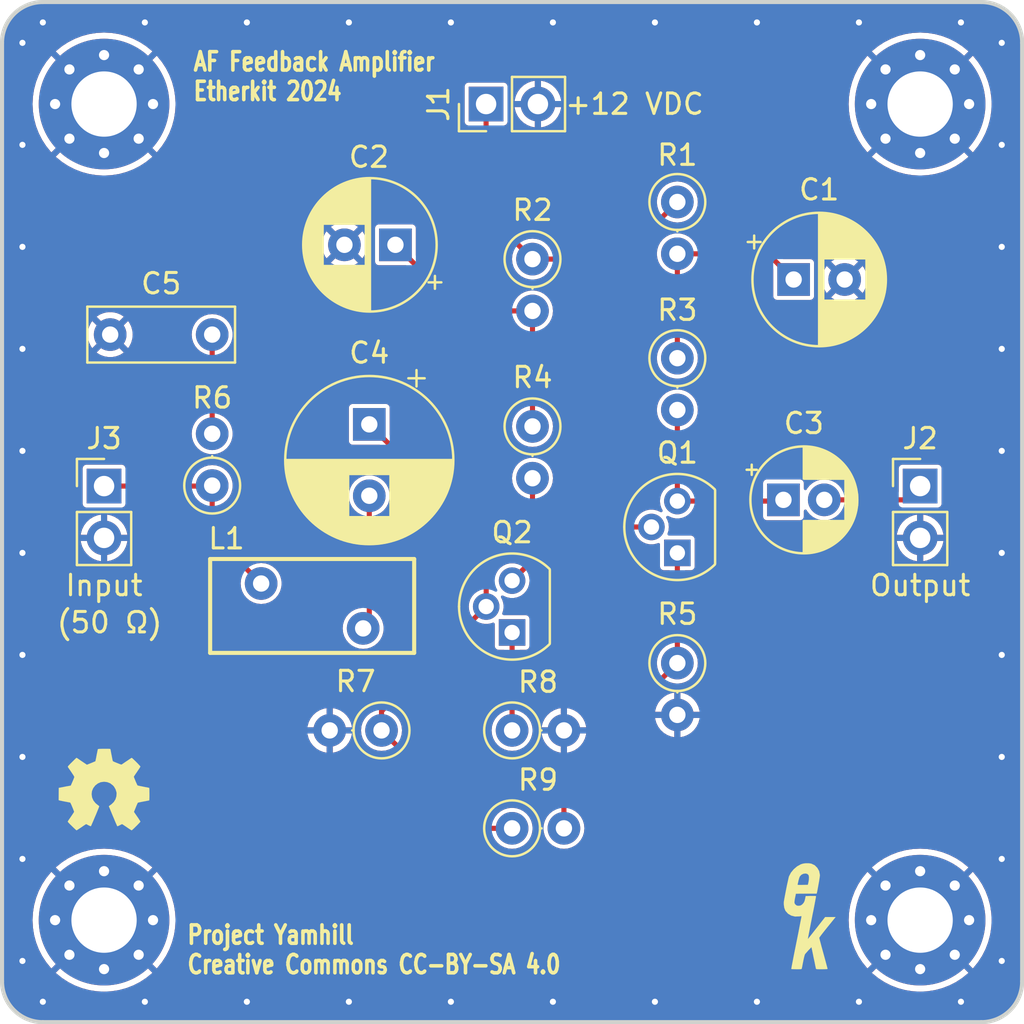
<source format=kicad_pcb>
(kicad_pcb (version 20221018) (generator pcbnew)
  (title_block (title "Project Yamhill") (rev "A") (company "Etherkit"))
  (layers (0 "F.Cu" signal) (31 "B.Cu" signal) (34 "B.Paste" user) (35 "F.Paste" user) (36 "B.SilkS" user "B.Silkscreen") (37 "F.SilkS" user "F.Silkscreen") (38 "B.Mask" user) (39 "F.Mask" user) (44 "Edge.Cuts" user))
  (net 0 "")
  (net 1 "GND")
  (net 2 "Net-(C1-Pad1)")
  (net 3 "Net-(C2-Pad1)")
  (net 4 "Net-(Q1-C)")
  (net 5 "Net-(J2-Pin_1)")
  (net 6 "Net-(Q2-B)")
  (net 7 "Net-(C4-Pad2)")
  (net 8 "Net-(C5-Pad1)")
  (net 9 "Net-(J1-Pin_1)")
  (net 10 "Net-(J3-Pin_1)")
  (net 11 "Net-(Q1-E)")
  (net 12 "Net-(Q1-B)")
  (net 13 "Net-(Q2-E)")
  (footprint "Package_TO_SOT_THT:TO-92" (layer "F.Cu") (at 125 80.9 90)
    (fp_text reference "Q2" (at 4.9 0 180) (layer "F.SilkS"))
    (fp_text value "2N4401")
    (pad "1" thru_hole rect (at 0 0 90) (size 1.3 1.3) (drill 0.75) (layers "*.Cu" "*.Mask") (net 13 "Net-(Q2-E)"))
    (pad "2" thru_hole circle (at 1.27 -1.27 90) (size 1.3 1.3) (drill 0.75) (layers "*.Cu" "*.Mask") (net 6 "Net-(Q2-B)"))
    (pad "3" thru_hole circle (at 2.54 0 90) (size 1.3 1.3) (drill 0.75) (layers "*.Cu" "*.Mask") (net 12 "Net-(Q1-B)"))
  )
  (footprint "Capacitor_THT:CP_Radial_D6.3mm_P2.50mm" (layer "F.Cu") (at 138.8 63.6)
    (fp_text reference "C1" (at 1.25 -4.4) (layer "F.SilkS"))
    (fp_text value "100u")
    (pad "1" thru_hole rect (at 0 0) (size 1.6 1.6) (drill 0.8) (layers "*.Cu" "*.Mask") (net 2 "Net-(C1-Pad1)"))
    (pad "2" thru_hole circle (at 2.5 0) (size 1.6 1.6) (drill 0.8) (layers "*.Cu" "*.Mask") (net 1 "GND"))
  )
  (footprint "Capacitor_THT:CP_Radial_D5.0mm_P2.00mm" (layer "F.Cu") (at 138.3 74.4)
    (fp_text reference "C3" (at 1 -3.75) (layer "F.SilkS"))
    (fp_text value "22u")
    (pad "1" thru_hole rect (at 0 0) (size 1.6 1.6) (drill 0.8) (layers "*.Cu" "*.Mask") (net 4 "Net-(Q1-C)"))
    (pad "2" thru_hole circle (at 2 0) (size 1.6 1.6) (drill 0.8) (layers "*.Cu" "*.Mask") (net 5 "Net-(J2-Pin_1)"))
  )
  (footprint "Resistor_THT:R_Axial_DIN0207_L6.3mm_D2.5mm_P2.54mm_Vertical" (layer "F.Cu") (at 133.1 67.455 -90)
    (fp_text reference "R3" (at -2.355 0 -180) (layer "F.SilkS"))
    (fp_text value "680")
    (pad "1" thru_hole circle (at 0 0 270) (size 1.6 1.6) (drill 0.8) (layers "*.Cu" "*.Mask") (net 2 "Net-(C1-Pad1)"))
    (pad "2" thru_hole oval (at 2.54 0 270) (size 1.6 1.6) (drill 0.8) (layers "*.Cu" "*.Mask") (net 4 "Net-(Q1-C)"))
  )
  (footprint "Resistor_THT:R_Axial_DIN0207_L6.3mm_D2.5mm_P2.54mm_Vertical" (layer "F.Cu") (at 133.1 82.4 -90)
    (fp_text reference "R5" (at -2.4 0 -180) (layer "F.SilkS"))
    (fp_text value "270")
    (pad "1" thru_hole circle (at 0 0 270) (size 1.6 1.6) (drill 0.8) (layers "*.Cu" "*.Mask") (net 11 "Net-(Q1-E)"))
    (pad "2" thru_hole oval (at 2.54 0 270) (size 1.6 1.6) (drill 0.8) (layers "*.Cu" "*.Mask") (net 1 "GND"))
  )
  (footprint "EtherkitKicadLibrary:OSHWLogo4mm" (layer "F.Cu") (at 105 88.6)
    (fp_text reference "G***" hide)
    (fp_text value "LOGO" hide)
  )
  (footprint "Resistor_THT:R_Axial_DIN0207_L6.3mm_D2.5mm_P2.54mm_Vertical" (layer "F.Cu") (at 133.1 59.8 -90)
    (fp_text reference "R1" (at -2.3 0 -180) (layer "F.SilkS"))
    (fp_text value "51")
    (pad "1" thru_hole circle (at 0 0 270) (size 1.6 1.6) (drill 0.8) (layers "*.Cu" "*.Mask") (net 9 "Net-(J1-Pin_1)"))
    (pad "2" thru_hole oval (at 2.54 0 270) (size 1.6 1.6) (drill 0.8) (layers "*.Cu" "*.Mask") (net 2 "Net-(C1-Pad1)"))
  )
  (footprint "MountingHole:MountingHole_3.2mm_M3_Pad_Via" (layer "F.Cu") (at 105 55)
    (fp_text reference "H2" hide)
    (fp_text value "MountingHole_Pad" hide)
    (pad "1" thru_hole circle (at -2.4 0) (size 0.8 0.8) (drill 0.5) (layers "*.Cu" "*.Mask") (net 1 "GND"))
    (pad "1" thru_hole circle (at -1.697056 -1.697056) (size 0.8 0.8) (drill 0.5) (layers "*.Cu" "*.Mask") (net 1 "GND"))
    (pad "1" thru_hole circle (at -1.697056 1.697056) (size 0.8 0.8) (drill 0.5) (layers "*.Cu" "*.Mask") (net 1 "GND"))
    (pad "1" thru_hole circle (at 0 -2.4) (size 0.8 0.8) (drill 0.5) (layers "*.Cu" "*.Mask") (net 1 "GND"))
    (pad "1" thru_hole circle (at 0 0) (size 6.4 6.4) (drill 3.2) (layers "*.Cu" "*.Mask") (net 1 "GND"))
    (pad "1" thru_hole circle (at 0 2.4) (size 0.8 0.8) (drill 0.5) (layers "*.Cu" "*.Mask") (net 1 "GND"))
    (pad "1" thru_hole circle (at 1.697056 -1.697056) (size 0.8 0.8) (drill 0.5) (layers "*.Cu" "*.Mask") (net 1 "GND"))
    (pad "1" thru_hole circle (at 1.697056 1.697056) (size 0.8 0.8) (drill 0.5) (layers "*.Cu" "*.Mask") (net 1 "GND"))
    (pad "1" thru_hole circle (at 2.4 0) (size 0.8 0.8) (drill 0.5) (layers "*.Cu" "*.Mask") (net 1 "GND"))
  )
  (footprint "Resistor_THT:R_Axial_DIN0207_L6.3mm_D2.5mm_P2.54mm_Vertical" (layer "F.Cu") (at 125 85.7)
    (fp_text reference "R8" (at 1.27 -2.37) (layer "F.SilkS"))
    (fp_text value "22")
    (pad "1" thru_hole circle (at 0 0) (size 1.6 1.6) (drill 0.8) (layers "*.Cu" "*.Mask") (net 13 "Net-(Q2-E)"))
    (pad "2" thru_hole oval (at 2.54 0) (size 1.6 1.6) (drill 0.8) (layers "*.Cu" "*.Mask") (net 1 "GND"))
  )
  (footprint "Package_TO_SOT_THT:TO-92" (layer "F.Cu") (at 133.1 77 90)
    (fp_text reference "Q1" (at 4.9 0 180) (layer "F.SilkS"))
    (fp_text value "2N4401")
    (pad "1" thru_hole rect (at 0 0 90) (size 1.3 1.3) (drill 0.75) (layers "*.Cu" "*.Mask") (net 11 "Net-(Q1-E)"))
    (pad "2" thru_hole circle (at 1.27 -1.27 90) (size 1.3 1.3) (drill 0.75) (layers "*.Cu" "*.Mask") (net 12 "Net-(Q1-B)"))
    (pad "3" thru_hole circle (at 2.54 0 90) (size 1.3 1.3) (drill 0.75) (layers "*.Cu" "*.Mask") (net 4 "Net-(Q1-C)"))
  )
  (footprint "EtherkitKicadLibrary:T37-V" (layer "F.Cu") (at 110.2 79.6 -90)
    (fp_text reference "L1" (at -3.3 -0.8 -180) (layer "F.SilkS"))
    (fp_text value "250u" hide)
    (pad "1" thru_hole circle (at -1.1 -2.5 270) (size 1.6 1.6) (drill 0.8) (layers "*.Cu" "*.Mask") (net 10 "Net-(J3-Pin_1)"))
    (pad "2" thru_hole circle (at 1.1 -7.5 270) (size 1.6 1.6) (drill 0.8) (layers "*.Cu" "*.Mask") (net 7 "Net-(C4-Pad2)"))
  )
  (footprint "Capacitor_THT:CP_Radial_D8.0mm_P3.50mm" (layer "F.Cu") (at 118 70.7 -90)
    (fp_text reference "C4" (at -3.5 0 -180) (layer "F.SilkS"))
    (fp_text value "470u")
    (pad "1" thru_hole rect (at 0 0 270) (size 1.6 1.6) (drill 0.8) (layers "*.Cu" "*.Mask") (net 6 "Net-(Q2-B)"))
    (pad "2" thru_hole circle (at 3.5 0 270) (size 1.6 1.6) (drill 0.8) (layers "*.Cu" "*.Mask") (net 7 "Net-(C4-Pad2)"))
  )
  (footprint "Resistor_THT:R_Axial_DIN0207_L6.3mm_D2.5mm_P2.54mm_Vertical" (layer "F.Cu") (at 110.3 73.7 90)
    (fp_text reference "R6" (at 4.3 0 180) (layer "F.SilkS"))
    (fp_text value "51")
    (pad "1" thru_hole circle (at 0 0 90) (size 1.6 1.6) (drill 0.8) (layers "*.Cu" "*.Mask") (net 10 "Net-(J3-Pin_1)"))
    (pad "2" thru_hole oval (at 2.54 0 90) (size 1.6 1.6) (drill 0.8) (layers "*.Cu" "*.Mask") (net 8 "Net-(C5-Pad1)"))
  )
  (footprint "MountingHole:MountingHole_3.2mm_M3_Pad_Via" (layer "F.Cu") (at 145 55)
    (fp_text reference "H1" hide)
    (fp_text value "MountingHole_Pad" hide)
    (pad "1" thru_hole circle (at -2.4 0) (size 0.8 0.8) (drill 0.5) (layers "*.Cu" "*.Mask") (net 1 "GND"))
    (pad "1" thru_hole circle (at -1.697056 -1.697056) (size 0.8 0.8) (drill 0.5) (layers "*.Cu" "*.Mask") (net 1 "GND"))
    (pad "1" thru_hole circle (at -1.697056 1.697056) (size 0.8 0.8) (drill 0.5) (layers "*.Cu" "*.Mask") (net 1 "GND"))
    (pad "1" thru_hole circle (at 0 -2.4) (size 0.8 0.8) (drill 0.5) (layers "*.Cu" "*.Mask") (net 1 "GND"))
    (pad "1" thru_hole circle (at 0 0) (size 6.4 6.4) (drill 3.2) (layers "*.Cu" "*.Mask") (net 1 "GND"))
    (pad "1" thru_hole circle (at 0 2.4) (size 0.8 0.8) (drill 0.5) (layers "*.Cu" "*.Mask") (net 1 "GND"))
    (pad "1" thru_hole circle (at 1.697056 -1.697056) (size 0.8 0.8) (drill 0.5) (layers "*.Cu" "*.Mask") (net 1 "GND"))
    (pad "1" thru_hole circle (at 1.697056 1.697056) (size 0.8 0.8) (drill 0.5) (layers "*.Cu" "*.Mask") (net 1 "GND"))
    (pad "1" thru_hole circle (at 2.4 0) (size 0.8 0.8) (drill 0.5) (layers "*.Cu" "*.Mask") (net 1 "GND"))
  )
  (footprint "MountingHole:MountingHole_3.2mm_M3_Pad_Via" (layer "F.Cu") (at 145 95)
    (fp_text reference "H3" hide)
    (fp_text value "MountingHole_Pad" hide)
    (pad "1" thru_hole circle (at -2.4 0) (size 0.8 0.8) (drill 0.5) (layers "*.Cu" "*.Mask") (net 1 "GND"))
    (pad "1" thru_hole circle (at -1.697056 -1.697056) (size 0.8 0.8) (drill 0.5) (layers "*.Cu" "*.Mask") (net 1 "GND"))
    (pad "1" thru_hole circle (at -1.697056 1.697056) (size 0.8 0.8) (drill 0.5) (layers "*.Cu" "*.Mask") (net 1 "GND"))
    (pad "1" thru_hole circle (at 0 -2.4) (size 0.8 0.8) (drill 0.5) (layers "*.Cu" "*.Mask") (net 1 "GND"))
    (pad "1" thru_hole circle (at 0 0) (size 6.4 6.4) (drill 3.2) (layers "*.Cu" "*.Mask") (net 1 "GND"))
    (pad "1" thru_hole circle (at 0 2.4) (size 0.8 0.8) (drill 0.5) (layers "*.Cu" "*.Mask") (net 1 "GND"))
    (pad "1" thru_hole circle (at 1.697056 -1.697056) (size 0.8 0.8) (drill 0.5) (layers "*.Cu" "*.Mask") (net 1 "GND"))
    (pad "1" thru_hole circle (at 1.697056 1.697056) (size 0.8 0.8) (drill 0.5) (layers "*.Cu" "*.Mask") (net 1 "GND"))
    (pad "1" thru_hole circle (at 2.4 0) (size 0.8 0.8) (drill 0.5) (layers "*.Cu" "*.Mask") (net 1 "GND"))
  )
  (footprint "MountingHole:MountingHole_3.2mm_M3_Pad_Via" (layer "F.Cu") (at 105 95)
    (fp_text reference "H4" hide)
    (fp_text value "MountingHole_Pad" hide)
    (pad "1" thru_hole circle (at -2.4 0) (size 0.8 0.8) (drill 0.5) (layers "*.Cu" "*.Mask") (net 1 "GND"))
    (pad "1" thru_hole circle (at -1.697056 -1.697056) (size 0.8 0.8) (drill 0.5) (layers "*.Cu" "*.Mask") (net 1 "GND"))
    (pad "1" thru_hole circle (at -1.697056 1.697056) (size 0.8 0.8) (drill 0.5) (layers "*.Cu" "*.Mask") (net 1 "GND"))
    (pad "1" thru_hole circle (at 0 -2.4) (size 0.8 0.8) (drill 0.5) (layers "*.Cu" "*.Mask") (net 1 "GND"))
    (pad "1" thru_hole circle (at 0 0) (size 6.4 6.4) (drill 3.2) (layers "*.Cu" "*.Mask") (net 1 "GND"))
    (pad "1" thru_hole circle (at 0 2.4) (size 0.8 0.8) (drill 0.5) (layers "*.Cu" "*.Mask") (net 1 "GND"))
    (pad "1" thru_hole circle (at 1.697056 -1.697056) (size 0.8 0.8) (drill 0.5) (layers "*.Cu" "*.Mask") (net 1 "GND"))
    (pad "1" thru_hole circle (at 1.697056 1.697056) (size 0.8 0.8) (drill 0.5) (layers "*.Cu" "*.Mask") (net 1 "GND"))
    (pad "1" thru_hole circle (at 2.4 0) (size 0.8 0.8) (drill 0.5) (layers "*.Cu" "*.Mask") (net 1 "GND"))
  )
  (footprint "Connector_PinHeader_2.54mm:PinHeader_1x02_P2.54mm_Vertical" (layer "F.Cu") (at 123.725 55 90)
    (fp_text reference "J1" (at 0 -2.33 90) (layer "F.SilkS"))
    (fp_text value "+12 VDC" (at 0 7.275 180) (layer "F.SilkS"))
    (pad "1" thru_hole rect (at 0 0 90) (size 1.7 1.7) (drill 1) (layers "*.Cu" "*.Mask") (net 9 "Net-(J1-Pin_1)"))
    (pad "2" thru_hole oval (at 0 2.54 90) (size 1.7 1.7) (drill 1) (layers "*.Cu" "*.Mask") (net 1 "GND"))
  )
  (footprint "Resistor_THT:R_Axial_DIN0207_L6.3mm_D2.5mm_P2.54mm_Vertical" (layer "F.Cu") (at 126 62.6 -90)
    (fp_text reference "R2" (at -2.4 0 -180) (layer "F.SilkS"))
    (fp_text value "150")
    (pad "1" thru_hole circle (at 0 0 270) (size 1.6 1.6) (drill 0.8) (layers "*.Cu" "*.Mask") (net 9 "Net-(J1-Pin_1)"))
    (pad "2" thru_hole oval (at 2.54 0 270) (size 1.6 1.6) (drill 0.8) (layers "*.Cu" "*.Mask") (net 3 "Net-(C2-Pad1)"))
  )
  (footprint "Capacitor_THT:CP_Radial_D6.3mm_P2.50mm" (layer "F.Cu") (at 119.28238 61.9 180)
    (fp_text reference "C2" (at 1.3 4.3) (layer "F.SilkS"))
    (fp_text value "100u")
    (pad "1" thru_hole rect (at 0 0 180) (size 1.6 1.6) (drill 0.8) (layers "*.Cu" "*.Mask") (net 3 "Net-(C2-Pad1)"))
    (pad "2" thru_hole circle (at 2.5 0 180) (size 1.6 1.6) (drill 0.8) (layers "*.Cu" "*.Mask") (net 1 "GND"))
  )
  (footprint "Resistor_THT:R_Axial_DIN0207_L6.3mm_D2.5mm_P2.54mm_Vertical" (layer "F.Cu") (at 125 90.5)
    (fp_text reference "R9" (at 1.27 -2.37) (layer "F.SilkS"))
    (fp_text value "1.8k")
    (pad "1" thru_hole circle (at 0 0) (size 1.6 1.6) (drill 0.8) (layers "*.Cu" "*.Mask") (net 6 "Net-(Q2-B)"))
    (pad "2" thru_hole oval (at 2.54 0) (size 1.6 1.6) (drill 0.8) (layers "*.Cu" "*.Mask") (net 11 "Net-(Q1-E)"))
  )
  (footprint "Capacitor_THT:C_Rect_L7.0mm_W2.5mm_P5.00mm" (layer "F.Cu") (at 110.3 66.3 180)
    (fp_text reference "C5" (at 2.5 2.5) (layer "F.SilkS"))
    (fp_text value "100n")
    (pad "1" thru_hole circle (at 0 0 180) (size 1.6 1.6) (drill 0.8) (layers "*.Cu" "*.Mask") (net 8 "Net-(C5-Pad1)"))
    (pad "2" thru_hole circle (at 5 0 180) (size 1.6 1.6) (drill 0.8) (layers "*.Cu" "*.Mask") (net 1 "GND"))
  )
  (footprint "Resistor_THT:R_Axial_DIN0207_L6.3mm_D2.5mm_P2.54mm_Vertical" (layer "F.Cu") (at 118.6 85.7 180)
    (fp_text reference "R7" (at 1.27 2.4) (layer "F.SilkS"))
    (fp_text value "1.8k")
    (pad "1" thru_hole circle (at 0 0 180) (size 1.6 1.6) (drill 0.8) (layers "*.Cu" "*.Mask") (net 6 "Net-(Q2-B)"))
    (pad "2" thru_hole oval (at 2.54 0 180) (size 1.6 1.6) (drill 0.8) (layers "*.Cu" "*.Mask") (net 1 "GND"))
  )
  (footprint "Connector_PinHeader_2.54mm:PinHeader_1x02_P2.54mm_Vertical" (layer "F.Cu") (at 145 73.725)
    (fp_text reference "J2" (at 0 -2.33) (layer "F.SilkS"))
    (fp_text value "Output" (at 0 4.87) (layer "F.SilkS"))
    (pad "1" thru_hole rect (at 0 0) (size 1.7 1.7) (drill 1) (layers "*.Cu" "*.Mask") (net 5 "Net-(J2-Pin_1)"))
    (pad "2" thru_hole oval (at 0 2.54) (size 1.7 1.7) (drill 1) (layers "*.Cu" "*.Mask") (net 1 "GND"))
  )
  (footprint "Connector_PinHeader_2.54mm:PinHeader_1x02_P2.54mm_Vertical" (layer "F.Cu") (at 105 73.725)
    (fp_text reference "J3" (at 0 -2.33) (layer "F.SilkS"))
    (fp_text value "Input" (at 0 4.87) (layer "F.SilkS"))
    (pad "1" thru_hole rect (at 0 0) (size 1.7 1.7) (drill 1) (layers "*.Cu" "*.Mask") (net 10 "Net-(J3-Pin_1)"))
    (pad "2" thru_hole oval (at 0 2.54) (size 1.7 1.7) (drill 1) (layers "*.Cu" "*.Mask") (net 1 "GND"))
  )
  (footprint "Resistor_THT:R_Axial_DIN0207_L6.3mm_D2.5mm_P2.54mm_Vertical" (layer "F.Cu") (at 126 70.8 -90)
    (fp_text reference "R4" (at -2.4 0 -180) (layer "F.SilkS"))
    (fp_text value "910")
    (pad "1" thru_hole circle (at 0 0 270) (size 1.6 1.6) (drill 0.8) (layers "*.Cu" "*.Mask") (net 3 "Net-(C2-Pad1)"))
    (pad "2" thru_hole oval (at 2.54 0 270) (size 1.6 1.6) (drill 0.8) (layers "*.Cu" "*.Mask") (net 12 "Net-(Q1-B)"))
  )
  (footprint "EtherkitKicadLibrary:EtherkitLogoSmall" (layer "F.Cu") (at 139.6 94.8)
    (fp_text reference "Ref**" hide)
    (fp_text value "Val**" hide)
  )
  (gr_line (start 148 100) (end 102 100) (stroke (width 0.2)) (layer "Edge.Cuts"))
  (gr_arc (start 102 100) (mid 100.585786 99.414214) (end 100 98) (stroke (width 0.2)) (layer "Edge.Cuts"))
  (gr_arc (start 148 50) (mid 149.414214 50.585786) (end 150 52) (stroke (width 0.2)) (layer "Edge.Cuts"))
  (gr_arc (start 100 52) (mid 100.585786 50.585786) (end 102 50) (stroke (width 0.2)) (layer "Edge.Cuts"))
  (gr_line (start 100 98) (end 100 52) (stroke (width 0.2)) (layer "Edge.Cuts"))
  (gr_line (start 102 50) (end 148 50) (stroke (width 0.2)) (layer "Edge.Cuts"))
  (gr_arc (start 150 98) (mid 149.414214 99.414214) (end 148 100) (stroke (width 0.2)) (layer "Edge.Cuts"))
  (gr_line (start 150 52) (end 150 98) (stroke (width 0.2)) (layer "Edge.Cuts"))
  (gr_text "Rev A" (at 142.9 90.2) (layer "F.Cu" knockout) (effects (font (size 1.2 1) (thickness 0.25) bold) (justify left bottom)))
  (gr_text "(50 Ω)" (at 102.6 81) (layer "F.SilkS") (effects (font (size 1 1)) (justify left bottom)))
  (gr_text "Project Yamhill\nCreative Commons CC-BY-SA 4.0" (at 109 97.7) (layer "F.SilkS") (effects (font (size 0.9 0.7) (thickness 0.175) bold) (justify left bottom)))
  (gr_text "AF Feedback Amplifier\nEtherkit 2024" (at 109.3 54.9) (layer "F.SilkS") (effects (font (size 0.9 0.7) (thickness 0.175) bold) (justify left bottom)))
  (via (at 122 99) (size 0.6) (drill 0.3) (layers "F.Cu" "B.Cu") (net 1))
  (via (at 142 99) (size 0.6) (drill 0.3) (layers "F.Cu" "B.Cu") (net 1))
  (via (at 149 87) (size 0.6) (drill 0.3) (layers "F.Cu" "B.Cu") (net 1))
  (via (at 147 51) (size 0.6) (drill 0.3) (layers "F.Cu" "B.Cu") (net 1))
  (via (at 101 87) (size 0.6) (drill 0.3) (layers "F.Cu" "B.Cu") (net 1))
  (via (at 149 77) (size 0.6) (drill 0.3) (layers "F.Cu" "B.Cu") (net 1))
  (via (at 101 72) (size 0.6) (drill 0.3) (layers "F.Cu" "B.Cu") (net 1))
  (via (at 122 51) (size 0.6) (drill 0.3) (layers "F.Cu" "B.Cu") (net 1))
  (via (at 112 99) (size 0.6) (drill 0.3) (layers "F.Cu" "B.Cu") (net 1))
  (via (at 142 51) (size 0.6) (drill 0.3) (layers "F.Cu" "B.Cu") (net 1))
  (via (at 127 51) (size 0.6) (drill 0.3) (layers "F.Cu" "B.Cu") (net 1))
  (via (at 149 67) (size 0.6) (drill 0.3) (layers "F.Cu" "B.Cu") (net 1))
  (via (at 149 97) (size 0.6) (drill 0.3) (layers "F.Cu" "B.Cu") (net 1))
  (via (at 149 52) (size 0.6) (drill 0.3) (layers "F.Cu" "B.Cu") (net 1))
  (via (at 149 82) (size 0.6) (drill 0.3) (layers "F.Cu" "B.Cu") (net 1))
  (via (at 101 57) (size 0.6) (drill 0.3) (layers "F.Cu" "B.Cu") (net 1))
  (via (at 101 52) (size 0.6) (drill 0.3) (layers "F.Cu" "B.Cu") (net 1))
  (via (at 107 99) (size 0.6) (drill 0.3) (layers "F.Cu" "B.Cu") (net 1))
  (via (at 132 51) (size 0.6) (drill 0.3) (layers "F.Cu" "B.Cu") (net 1))
  (via (at 117 51) (size 0.6) (drill 0.3) (layers "F.Cu" "B.Cu") (net 1))
  (via (at 127 99) (size 0.6) (drill 0.3) (layers "F.Cu" "B.Cu") (net 1))
  (via (at 102 51) (size 0.6) (drill 0.3) (layers "F.Cu" "B.Cu") (net 1))
  (via (at 149 72) (size 0.6) (drill 0.3) (layers "F.Cu" "B.Cu") (net 1))
  (via (at 137 99) (size 0.6) (drill 0.3) (layers "F.Cu" "B.Cu") (net 1))
  (via (at 101 62) (size 0.6) (drill 0.3) (layers "F.Cu" "B.Cu") (net 1))
  (via (at 101 67) (size 0.6) (drill 0.3) (layers "F.Cu" "B.Cu") (net 1))
  (via (at 112 51) (size 0.6) (drill 0.3) (layers "F.Cu" "B.Cu") (net 1))
  (via (at 107 51) (size 0.6) (drill 0.3) (layers "F.Cu" "B.Cu") (net 1))
  (via (at 149 62) (size 0.6) (drill 0.3) (layers "F.Cu" "B.Cu") (net 1))
  (via (at 149 57) (size 0.6) (drill 0.3) (layers "F.Cu" "B.Cu") (net 1))
  (via (at 137 51) (size 0.6) (drill 0.3) (layers "F.Cu" "B.Cu") (net 1))
  (via (at 101 82) (size 0.6) (drill 0.3) (layers "F.Cu" "B.Cu") (net 1))
  (via (at 149 92) (size 0.6) (drill 0.3) (layers "F.Cu" "B.Cu") (net 1))
  (via (at 132 99) (size 0.6) (drill 0.3) (layers "F.Cu" "B.Cu") (net 1))
  (via (at 101 97) (size 0.6) (drill 0.3) (layers "F.Cu" "B.Cu") (net 1))
  (via (at 102 99) (size 0.6) (drill 0.3) (layers "F.Cu" "B.Cu") (net 1))
  (via (at 147 99) (size 0.6) (drill 0.3) (layers "F.Cu" "B.Cu") (net 1))
  (via (at 101 92) (size 0.6) (drill 0.3) (layers "F.Cu" "B.Cu") (net 1))
  (via (at 101 77) (size 0.6) (drill 0.3) (layers "F.Cu" "B.Cu") (net 1))
  (via (at 117 99) (size 0.6) (drill 0.3) (layers "F.Cu" "B.Cu") (net 1))
  (segment (start 133.1 62.34) (end 133.1 67.455) (width 0.25) (layer "F.Cu") (net 2))
  (segment (start 133.1 62.34) (end 137.54 62.34) (width 0.25) (layer "F.Cu") (net 2))
  (segment (start 137.54 62.34) (end 138.8 63.6) (width 0.25) (layer "F.Cu") (net 2))
  (segment (start 126 70.8) (end 126 65.14) (width 0.25) (layer "F.Cu") (net 3))
  (segment (start 126 65.14) (end 122.52238 65.14) (width 0.25) (layer "F.Cu") (net 3))
  (segment (start 122.52238 65.14) (end 119.28238 61.9) (width 0.25) (layer "F.Cu") (net 3))
  (segment (start 133.1 74.46) (end 138.24 74.46) (width 0.25) (layer "F.Cu") (net 4))
  (segment (start 133.1 69.995) (end 133.1 74.46) (width 0.25) (layer "F.Cu") (net 4))
  (segment (start 138.24 74.46) (end 138.3 74.4) (width 0.25) (layer "F.Cu") (net 4))
  (segment (start 140.3 74.4) (end 144.325 74.4) (width 0.25) (layer "F.Cu") (net 5))
  (segment (start 144.325 74.4) (end 145 73.725) (width 0.25) (layer "F.Cu") (net 5))
  (segment (start 123.73 76.43) (end 123.73 79.63) (width 0.25) (layer "F.Cu") (net 6))
  (segment (start 123.4 90.5) (end 118.6 85.7) (width 0.25) (layer "F.Cu") (net 6))
  (segment (start 123.73 79.63) (end 118.6 84.76) (width 0.25) (layer "F.Cu") (net 6))
  (segment (start 118.6 84.76) (end 118.6 85.7) (width 0.25) (layer "F.Cu") (net 6))
  (segment (start 125 90.5) (end 123.4 90.5) (width 0.25) (layer "F.Cu") (net 6))
  (segment (start 118 70.7) (end 123.73 76.43) (width 0.25) (layer "F.Cu") (net 6))
  (segment (start 118 74.2) (end 118 80.4) (width 0.25) (layer "F.Cu") (net 7))
  (segment (start 118 80.4) (end 117.7 80.7) (width 0.25) (layer "F.Cu") (net 7))
  (segment (start 110.3 66.3) (end 110.3 71.16) (width 0.25) (layer "F.Cu") (net 8))
  (segment (start 123.725 55) (end 123.725 60.325) (width 0.25) (layer "F.Cu") (net 9))
  (segment (start 126 62.6) (end 130.3 62.6) (width 0.25) (layer "F.Cu") (net 9))
  (segment (start 123.725 60.325) (end 126 62.6) (width 0.25) (layer "F.Cu") (net 9))
  (segment (start 130.3 62.6) (end 133.1 59.8) (width 0.25) (layer "F.Cu") (net 9))
  (segment (start 110.3 73.7) (end 110.3 76.1) (width 0.25) (layer "F.Cu") (net 10))
  (segment (start 110.3 76.1) (end 112.7 78.5) (width 0.25) (layer "F.Cu") (net 10))
  (segment (start 110.275 73.725) (end 110.3 73.7) (width 0.25) (layer "F.Cu") (net 10))
  (segment (start 105 73.725) (end 110.275 73.725) (width 0.25) (layer "F.Cu") (net 10))
  (segment (start 127.54 87.96) (end 127.54 90.5) (width 0.25) (layer "F.Cu") (net 11))
  (segment (start 133.1 77) (end 133.1 82.4) (width 0.25) (layer "F.Cu") (net 11))
  (segment (start 133.1 82.4) (end 127.54 87.96) (width 0.25) (layer "F.Cu") (net 11))
  (segment (start 131.83 75.73) (end 127.63 75.73) (width 0.25) (layer "F.Cu") (net 12))
  (segment (start 126 77.36) (end 126 73.34) (width 0.25) (layer "F.Cu") (net 12))
  (segment (start 127.63 75.73) (end 125 78.36) (width 0.25) (layer "F.Cu") (net 12))
  (segment (start 125 78.36) (end 126 77.36) (width 0.25) (layer "F.Cu") (net 12))
  (segment (start 125 80.9) (end 125 85.7) (width 0.25) (layer "F.Cu") (net 13))
  (zone locked (net 1) (net_name "GND") (layers "F&B.Cu") (name "Ground Plane") (connect_pads (clearance 0.15)) (min_thickness 0.15) (fill yes (thermal_gap 0.3) (thermal_bridge_width 0.3) (smoothing chamfer) (radius 1) (island_removal_mode 2) (island_area_min 10))
    (polygon (pts (xy 99.974457 49.974457) (xy 149.972139 50.027861) (xy 149.966772 99.966772) (xy 100 100)))
  )
)
</source>
